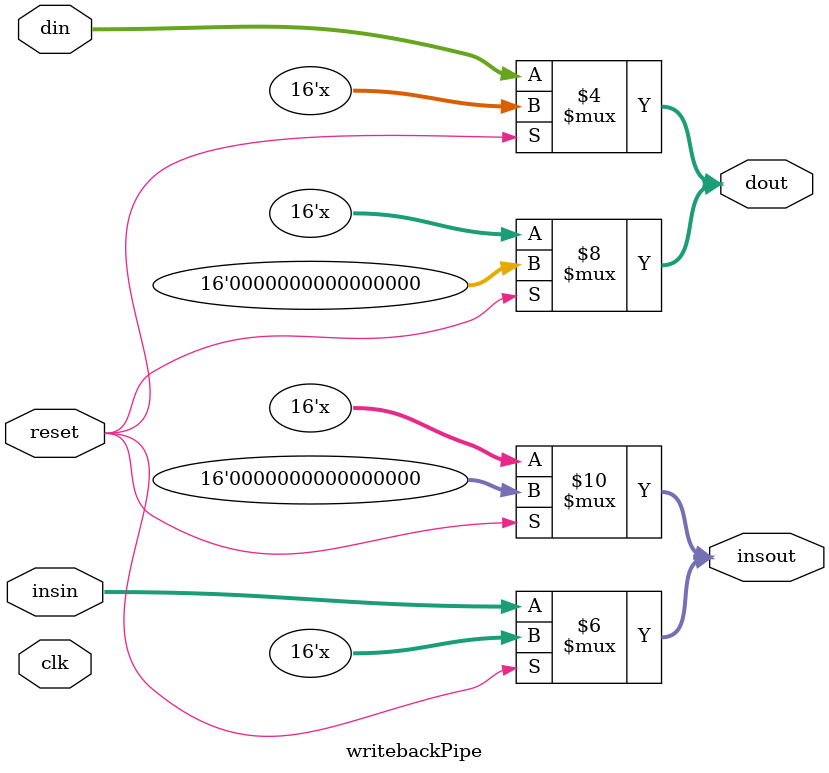
<source format=v>
module writebackPipe(insout,dout,insin,din,clk,reset);
output reg [15:0]insout,dout;
input [15:0]insin,din;
input clk,reset;

always @(*)
begin
if(reset)
begin
insout<=16'd0;
dout<=16'd0;
end
end

always @(clk)
begin
if(!reset)
begin
insout<=insin;
dout<=din;
end
end

endmodule
</source>
